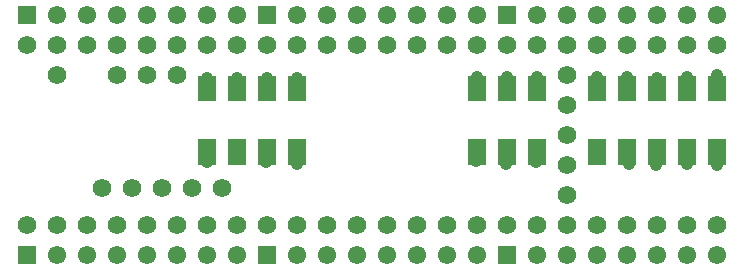
<source format=gts>
G04 DipTrace 3.0.0.2*
G04 Teensy-TC36-Breakout-chip.gts*
%MOIN*%
G04 #@! TF.FileFunction,Soldermask,Top*
G04 #@! TF.Part,Single*
%AMOUTLINE0*
4,1,4,
0.03,0.025,
-0.03,0.025,
-0.03,-0.06,
0.03,-0.06,
0.03,0.025,
0*%
%AMOUTLINE1*
4,1,4,
0.03,-0.025,
-0.03,-0.025,
-0.03,0.06,
0.03,0.06,
0.03,-0.025,
0*%
%ADD19C,0.06194*%
%ADD24C,0.042*%
%ADD28C,0.061055*%
%ADD30R,0.061055X0.061055*%
%ADD34OUTLINE0*%
%ADD35OUTLINE1*%
%FSLAX26Y26*%
G04*
G70*
G90*
G75*
G01*
G04 TopMask*
%LPD*%
D24*
X2353701Y777941D3*
X1053701Y1038701D3*
X1153701D3*
X1253701D3*
X1353701D3*
Y753701D3*
X1248701Y758701D3*
X1053701D3*
X2153701Y1043701D3*
X2353701D3*
X2453701D3*
X2653701D3*
X2753701Y1048701D3*
Y748701D3*
X2653701Y753701D3*
X2548701Y748701D3*
X2458701Y753701D3*
X2148701Y758701D3*
X1948701Y763701D3*
X2553701Y1038701D3*
X1163701Y768701D3*
X2053701Y1043701D3*
X1953701D3*
X2048701Y753701D3*
D30*
X453701Y448701D3*
D28*
X553701D3*
X653701D3*
X753701D3*
X853701D3*
X953701D3*
X1053701D3*
X1153701D3*
D30*
X1253701D3*
D28*
X1353701D3*
X1453701D3*
X1553701D3*
X1653701D3*
X1753701D3*
X1853701D3*
X1953701D3*
D30*
X2053701D3*
D28*
X2153701D3*
X2253701D3*
X2353701D3*
X2453701D3*
X2553701D3*
X2653701D3*
X2753701D3*
D30*
X453701Y1248701D3*
D28*
X553701D3*
X653701D3*
X753701D3*
X853701D3*
X953701D3*
X1053701D3*
X1153701D3*
D30*
X1253701D3*
D28*
X1353701D3*
X1453701D3*
X1553701D3*
X1653701D3*
X1753701D3*
X1853701D3*
X1953701D3*
D30*
X2053701D3*
D28*
X2153701D3*
X2253701D3*
X2353701D3*
X2453701D3*
X2553701D3*
X2653701D3*
X2753701D3*
D19*
X453701Y548701D3*
X553701D3*
X653701D3*
X753701D3*
X853701D3*
X953701D3*
X1053701D3*
X1153701D3*
X1253701D3*
X1353701D3*
X1453701D3*
X1553701D3*
X1653701D3*
X1753701D3*
X2253701Y648701D3*
Y748701D3*
Y848701D3*
Y948701D3*
X2053701Y1148701D3*
X1753701D3*
X1653701D3*
X1553701D3*
X1453701D3*
X1353701D3*
X1253701D3*
X1153701D3*
X1053701D3*
X953701D3*
X853701D3*
X753701D3*
X653701D3*
X553701D3*
X453701D3*
X553701Y1048701D3*
X753701D3*
X853701D3*
X953701D3*
X2353701Y548701D3*
X2453701D3*
X2253701D3*
X2153701D3*
X2053701D3*
X1953701D3*
X2553701D3*
X2653701D3*
X2753701D3*
Y1148701D3*
X1853701Y548701D3*
X2653701Y1148701D3*
X1853701D3*
X2553701D3*
X2353701D3*
X2253701D3*
X2153701D3*
X2453701D3*
X1953701D3*
X2253701Y1048701D3*
D34*
X2753701Y811201D3*
X2653701D3*
X2553701D3*
D35*
X2753701Y986201D3*
X2653701D3*
X2553701D3*
X2453701D3*
X2353701D3*
D34*
X2453701Y811201D3*
X2353701D3*
X2153701D3*
X2053701D3*
X1953701D3*
D35*
X2153701Y986201D3*
X2053701D3*
X1953701D3*
D34*
X1353701Y811201D3*
X1253701D3*
X1153701D3*
D35*
X1353701Y986201D3*
X1253701D3*
X1153701D3*
X1053701D3*
D34*
Y811201D3*
D19*
X703701Y673701D3*
X803701D3*
X903701D3*
X1003701D3*
X1103701D3*
M02*

</source>
